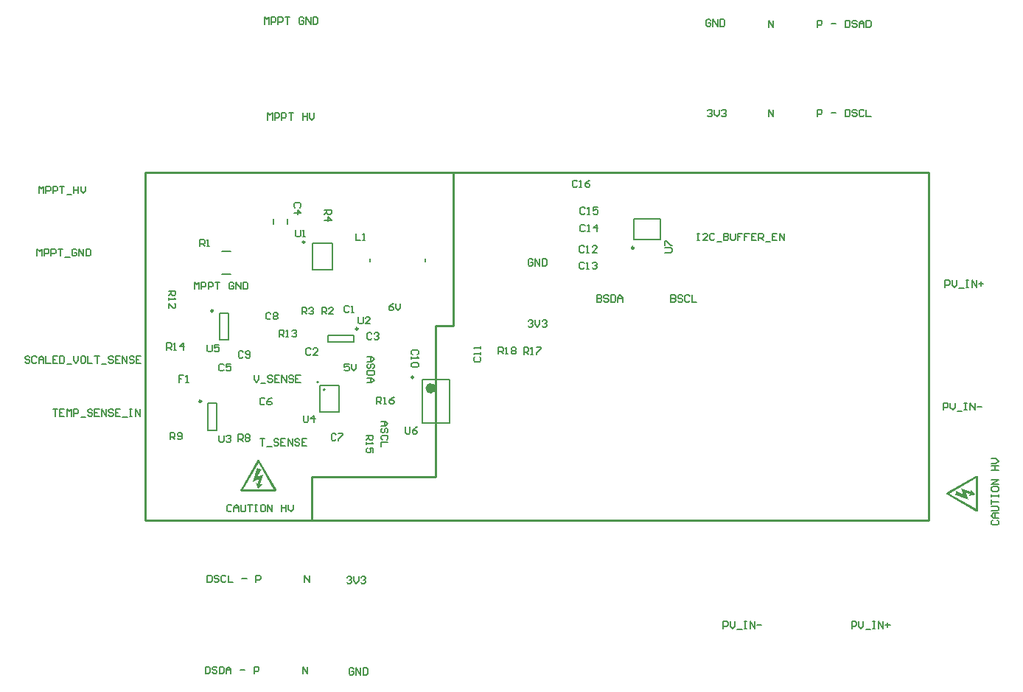
<source format=gto>
G04*
G04 #@! TF.GenerationSoftware,Altium Limited,Altium Designer,18.1.6 (161)*
G04*
G04 Layer_Color=65535*
%FSLAX25Y25*%
%MOIN*%
G70*
G01*
G75*
%ADD10C,0.00984*%
%ADD11C,0.02362*%
%ADD12C,0.00787*%
%ADD13C,0.01000*%
%ADD14C,0.00669*%
%ADD15C,0.00591*%
%ADD16C,0.00591*%
G36*
X130098Y106218D02*
X130194Y106191D01*
X130290Y106136D01*
X130303Y106122D01*
X130358Y106081D01*
X130413Y106013D01*
X130468Y105944D01*
X137934Y92806D01*
X137948Y92792D01*
X137975Y92724D01*
X137989Y92642D01*
X138003Y92518D01*
Y92491D01*
X137989Y92422D01*
X137975Y92326D01*
X137920Y92217D01*
X137907Y92189D01*
X137866Y92135D01*
X137811Y92066D01*
X137715Y91998D01*
X137688Y91984D01*
X137619Y91970D01*
X137509Y91943D01*
X137359Y91929D01*
X122371D01*
X122289Y91943D01*
X122193Y91970D01*
X122097Y92011D01*
X122083Y92025D01*
X122042Y92080D01*
X121987Y92148D01*
X121919Y92231D01*
X121905Y92258D01*
X121878Y92313D01*
X121850Y92395D01*
X121837Y92491D01*
Y92505D01*
Y92518D01*
Y92601D01*
X121850Y92683D01*
X121864Y92751D01*
X121878Y92765D01*
X121891Y92792D01*
X121919Y92820D01*
X121946Y92847D01*
X129440Y105930D01*
X129454Y105944D01*
X129495Y105999D01*
X129550Y106068D01*
X129632Y106136D01*
X129659Y106150D01*
X129714Y106191D01*
X129824Y106218D01*
X129974Y106232D01*
X130016D01*
X130098Y106218D01*
D02*
G37*
G36*
X454952Y99013D02*
X455048Y98999D01*
X455158Y98944D01*
X455185Y98930D01*
X455240Y98889D01*
X455308Y98835D01*
X455377Y98739D01*
X455391Y98711D01*
X455404Y98643D01*
X455432Y98533D01*
X455445Y98382D01*
Y83395D01*
X455432Y83312D01*
X455404Y83217D01*
X455363Y83121D01*
X455349Y83107D01*
X455295Y83066D01*
X455226Y83011D01*
X455144Y82942D01*
X455117Y82929D01*
X455062Y82901D01*
X454980Y82874D01*
X454884Y82860D01*
X454870D01*
X454856D01*
X454774D01*
X454692Y82874D01*
X454623Y82888D01*
X454610Y82901D01*
X454582Y82915D01*
X454555Y82942D01*
X454528Y82970D01*
X441444Y90464D01*
X441430Y90478D01*
X441376Y90519D01*
X441307Y90573D01*
X441239Y90656D01*
X441225Y90683D01*
X441184Y90738D01*
X441156Y90847D01*
X441143Y90998D01*
Y91039D01*
X441156Y91121D01*
X441184Y91217D01*
X441239Y91313D01*
X441252Y91327D01*
X441293Y91382D01*
X441362Y91436D01*
X441430Y91491D01*
X454569Y98958D01*
X454582Y98971D01*
X454651Y98999D01*
X454733Y99013D01*
X454856Y99026D01*
X454884D01*
X454952Y99013D01*
D02*
G37*
%LPC*%
G36*
X129974Y104794D02*
X123179Y92957D01*
X136660D01*
X129974Y104794D01*
D02*
G37*
%LPD*%
G36*
X130194Y102081D02*
X131262Y101971D01*
X129358Y98560D01*
X132016Y99601D01*
X130865Y95217D01*
X131933Y95135D01*
X129646Y93039D01*
X128782Y95971D01*
X129701Y95505D01*
X130221Y97395D01*
X127289Y96258D01*
X129440Y102752D01*
X130194Y102081D01*
D02*
G37*
%LPC*%
G36*
X454418Y97684D02*
X442581Y90998D01*
X454418Y84203D01*
Y97684D01*
D02*
G37*
%LPD*%
G36*
X452157Y91889D02*
X452240Y92957D01*
X454336Y90669D01*
X451404Y89806D01*
X451870Y90724D01*
X449979Y91245D01*
X451116Y88313D01*
X444623Y90464D01*
X445294Y91217D01*
X445403Y92286D01*
X448815Y90382D01*
X447773Y93039D01*
X452157Y91889D01*
D02*
G37*
D10*
X299744Y202063D02*
G03*
X299744Y202063I-492J0D01*
G01*
X200098Y143524D02*
G03*
X200098Y143524I-492J0D01*
G01*
X104134Y132677D02*
G03*
X104134Y132677I-492J0D01*
G01*
X150929Y204685D02*
G03*
X150929Y204685I-492J0D01*
G01*
X174918Y165453D02*
G03*
X174918Y165453I-492J0D01*
G01*
X109453Y173622D02*
G03*
X109453Y173622I-492J0D01*
G01*
D11*
X209055Y138583D02*
G03*
X209055Y138583I-1181J0D01*
G01*
D12*
X157098Y141358D02*
G03*
X157098Y141358I-394J0D01*
G01*
X160098Y137858D02*
G03*
X160098Y137858I-394J0D01*
G01*
X311909Y205961D02*
Y215016D01*
X299902Y205961D02*
X311909D01*
X299902Y215016D02*
X311909D01*
X299902Y205961D02*
Y215016D01*
X203937Y142520D02*
X216535D01*
Y122835D02*
Y142520D01*
X203937Y122835D02*
Y142520D01*
Y122835D02*
X216535D01*
X157874Y127953D02*
Y139764D01*
X166535Y127953D02*
Y139764D01*
X157874D02*
X166535D01*
X157874Y127953D02*
X166535D01*
X107087Y131693D02*
X111024D01*
Y119488D02*
Y131693D01*
X107087Y119488D02*
Y131693D01*
Y119488D02*
X111024D01*
X143122Y212811D02*
Y215173D01*
X136823Y212811D02*
Y215173D01*
X180512Y195866D02*
Y197047D01*
X205315Y195866D02*
Y197047D01*
X113386Y190157D02*
X117323D01*
X113386Y200394D02*
X117323D01*
X154335Y192028D02*
X163390D01*
X154335Y204035D02*
X163390D01*
Y192028D02*
Y204035D01*
X154335Y192028D02*
Y204035D01*
X161434Y159351D02*
X173245D01*
X161434Y162500D02*
X173245D01*
X161434Y159351D02*
Y162500D01*
X173245Y159351D02*
Y162500D01*
X116342Y160433D02*
Y172638D01*
X112406Y160433D02*
Y172638D01*
Y160433D02*
X116342D01*
X112406Y172638D02*
X116342D01*
D13*
X218110Y166929D02*
Y236221D01*
X210236Y166929D02*
X218110D01*
X210236Y98425D02*
Y166929D01*
X153937Y98425D02*
X210236D01*
X153937Y78740D02*
Y98425D01*
X78740Y78740D02*
Y236221D01*
Y78740D02*
X433071D01*
Y236221D01*
X78740D02*
X433071D01*
D14*
X170014Y52934D02*
X170539Y53459D01*
X171589D01*
X172114Y52934D01*
Y52409D01*
X171589Y51885D01*
X171064D01*
X171589D01*
X172114Y51360D01*
Y50835D01*
X171589Y50310D01*
X170539D01*
X170014Y50835D01*
X173163Y53459D02*
Y51360D01*
X174213Y50310D01*
X175262Y51360D01*
Y53459D01*
X176312Y52934D02*
X176836Y53459D01*
X177886D01*
X178411Y52934D01*
Y52409D01*
X177886Y51885D01*
X177361D01*
X177886D01*
X178411Y51360D01*
Y50835D01*
X177886Y50310D01*
X176836D01*
X176312Y50835D01*
X117852Y85400D02*
X117327Y85925D01*
X116278D01*
X115753Y85400D01*
Y83301D01*
X116278Y82776D01*
X117327D01*
X117852Y83301D01*
X118901Y82776D02*
Y84875D01*
X119951Y85925D01*
X121001Y84875D01*
Y82776D01*
Y84350D01*
X118901D01*
X122050Y85925D02*
Y83301D01*
X122575Y82776D01*
X123624D01*
X124149Y83301D01*
Y85925D01*
X125199D02*
X127298D01*
X126248D01*
Y82776D01*
X128347Y85925D02*
X129397D01*
X128872D01*
Y82776D01*
X128347D01*
X129397D01*
X132545Y85925D02*
X131496D01*
X130971Y85400D01*
Y83301D01*
X131496Y82776D01*
X132545D01*
X133070Y83301D01*
Y85400D01*
X132545Y85925D01*
X134120Y82776D02*
Y85925D01*
X136219Y82776D01*
Y85925D01*
X140417D02*
Y82776D01*
Y84350D01*
X142516D01*
Y85925D01*
Y82776D01*
X143565Y85925D02*
Y83826D01*
X144615Y82776D01*
X145664Y83826D01*
Y85925D01*
X173098Y11596D02*
X172573Y12120D01*
X171523D01*
X170999Y11596D01*
Y9497D01*
X171523Y8972D01*
X172573D01*
X173098Y9497D01*
Y10546D01*
X172048D01*
X174147Y8972D02*
Y12120D01*
X176246Y8972D01*
Y12120D01*
X177296D02*
Y8972D01*
X178870D01*
X179395Y9497D01*
Y11596D01*
X178870Y12120D01*
X177296D01*
X333062Y264017D02*
X333587Y264542D01*
X334636D01*
X335161Y264017D01*
Y263492D01*
X334636Y262967D01*
X334111D01*
X334636D01*
X335161Y262443D01*
Y261918D01*
X334636Y261393D01*
X333587D01*
X333062Y261918D01*
X336210Y264542D02*
Y262443D01*
X337260Y261393D01*
X338309Y262443D01*
Y264542D01*
X339359Y264017D02*
X339884Y264542D01*
X340933D01*
X341458Y264017D01*
Y263492D01*
X340933Y262967D01*
X340408D01*
X340933D01*
X341458Y262443D01*
Y261918D01*
X340933Y261393D01*
X339884D01*
X339359Y261918D01*
X105984Y12676D02*
Y9528D01*
X107559D01*
X108083Y10052D01*
Y12151D01*
X107559Y12676D01*
X105984D01*
X111232Y12151D02*
X110707Y12676D01*
X109658D01*
X109133Y12151D01*
Y11627D01*
X109658Y11102D01*
X110707D01*
X111232Y10577D01*
Y10052D01*
X110707Y9528D01*
X109658D01*
X109133Y10052D01*
X112281Y12676D02*
Y9528D01*
X113856D01*
X114380Y10052D01*
Y12151D01*
X113856Y12676D01*
X112281D01*
X115430Y9528D02*
Y11627D01*
X116480Y12676D01*
X117529Y11627D01*
Y9528D01*
Y11102D01*
X115430D01*
X121727D02*
X123826D01*
X128024Y9528D02*
Y12676D01*
X129599D01*
X130123Y12151D01*
Y11102D01*
X129599Y10577D01*
X128024D01*
X150065Y9528D02*
Y12676D01*
X152164Y9528D01*
Y12676D01*
X134190Y259956D02*
Y263105D01*
X135239Y262055D01*
X136289Y263105D01*
Y259956D01*
X137338D02*
Y263105D01*
X138913D01*
X139437Y262580D01*
Y261530D01*
X138913Y261006D01*
X137338D01*
X140487Y259956D02*
Y263105D01*
X142061D01*
X142586Y262580D01*
Y261530D01*
X142061Y261006D01*
X140487D01*
X143635Y263105D02*
X145735D01*
X144685D01*
Y259956D01*
X149933Y263105D02*
Y259956D01*
Y261530D01*
X152032D01*
Y263105D01*
Y259956D01*
X153081Y263105D02*
Y261006D01*
X154131Y259956D01*
X155180Y261006D01*
Y263105D01*
X106832Y54015D02*
Y50866D01*
X108406D01*
X108931Y51391D01*
Y53490D01*
X108406Y54015D01*
X106832D01*
X112079Y53490D02*
X111554Y54015D01*
X110505D01*
X109980Y53490D01*
Y52965D01*
X110505Y52440D01*
X111554D01*
X112079Y51916D01*
Y51391D01*
X111554Y50866D01*
X110505D01*
X109980Y51391D01*
X115228Y53490D02*
X114703Y54015D01*
X113654D01*
X113129Y53490D01*
Y51391D01*
X113654Y50866D01*
X114703D01*
X115228Y51391D01*
X116277Y54015D02*
Y50866D01*
X118376D01*
X122574Y52440D02*
X124674D01*
X128872Y50866D02*
Y54015D01*
X130446D01*
X130971Y53490D01*
Y52440D01*
X130446Y51916D01*
X128872D01*
X150912Y50866D02*
Y54015D01*
X153011Y50866D01*
Y54015D01*
X340236Y29904D02*
Y33052D01*
X341810D01*
X342335Y32527D01*
Y31478D01*
X341810Y30953D01*
X340236D01*
X343385Y33052D02*
Y30953D01*
X344434Y29904D01*
X345484Y30953D01*
Y33052D01*
X346533Y29379D02*
X348632D01*
X349682Y33052D02*
X350731D01*
X350207D01*
Y29904D01*
X349682D01*
X350731D01*
X352306D02*
Y33052D01*
X354405Y29904D01*
Y33052D01*
X355454Y31478D02*
X357553D01*
X360769Y301850D02*
Y304999D01*
X362868Y301850D01*
Y304999D01*
X382809Y301850D02*
Y304999D01*
X384383D01*
X384908Y304474D01*
Y303425D01*
X384383Y302900D01*
X382809D01*
X389106Y303425D02*
X391205D01*
X395403Y304999D02*
Y301850D01*
X396977D01*
X397502Y302375D01*
Y304474D01*
X396977Y304999D01*
X395403D01*
X400651Y304474D02*
X400126Y304999D01*
X399076D01*
X398552Y304474D01*
Y303949D01*
X399076Y303425D01*
X400126D01*
X400651Y302900D01*
Y302375D01*
X400126Y301850D01*
X399076D01*
X398552Y302375D01*
X401700Y301850D02*
Y303949D01*
X402750Y304999D01*
X403799Y303949D01*
Y301850D01*
Y303425D01*
X401700D01*
X404849Y304999D02*
Y301850D01*
X406423D01*
X406948Y302375D01*
Y304474D01*
X406423Y304999D01*
X404849D01*
X360769Y261496D02*
Y264645D01*
X362868Y261496D01*
Y264645D01*
X382809Y261496D02*
Y264645D01*
X384383D01*
X384908Y264120D01*
Y263070D01*
X384383Y262546D01*
X382809D01*
X389106Y263070D02*
X391205D01*
X395403Y264645D02*
Y261496D01*
X396977D01*
X397502Y262021D01*
Y264120D01*
X396977Y264645D01*
X395403D01*
X400651Y264120D02*
X400126Y264645D01*
X399076D01*
X398552Y264120D01*
Y263595D01*
X399076Y263070D01*
X400126D01*
X400651Y262546D01*
Y262021D01*
X400126Y261496D01*
X399076D01*
X398552Y262021D01*
X403799Y264120D02*
X403274Y264645D01*
X402225D01*
X401700Y264120D01*
Y262021D01*
X402225Y261496D01*
X403274D01*
X403799Y262021D01*
X404849Y264645D02*
Y261496D01*
X406948D01*
X398307Y29904D02*
Y33052D01*
X399881D01*
X400406Y32527D01*
Y31478D01*
X399881Y30953D01*
X398307D01*
X401456Y33052D02*
Y30953D01*
X402505Y29904D01*
X403555Y30953D01*
Y33052D01*
X404604Y29379D02*
X406703D01*
X407753Y33052D02*
X408802D01*
X408278D01*
Y29904D01*
X407753D01*
X408802D01*
X410377D02*
Y33052D01*
X412476Y29904D01*
Y33052D01*
X413525Y31478D02*
X415624D01*
X414575Y32527D02*
Y30428D01*
X461975Y78876D02*
X461450Y78351D01*
Y77301D01*
X461975Y76776D01*
X464074D01*
X464599Y77301D01*
Y78351D01*
X464074Y78876D01*
X464599Y79925D02*
X462499D01*
X461450Y80975D01*
X462499Y82024D01*
X464599D01*
X463024D01*
Y79925D01*
X461450Y83074D02*
X464074D01*
X464599Y83599D01*
Y84648D01*
X464074Y85173D01*
X461450D01*
Y86222D02*
Y88321D01*
Y87272D01*
X464599D01*
X461450Y89371D02*
Y90420D01*
Y89896D01*
X464599D01*
Y89371D01*
Y90420D01*
X461450Y93569D02*
Y92519D01*
X461975Y91995D01*
X464074D01*
X464599Y92519D01*
Y93569D01*
X464074Y94094D01*
X461975D01*
X461450Y93569D01*
X464599Y95143D02*
X461450D01*
X464599Y97242D01*
X461450D01*
Y101441D02*
X464599D01*
X463024D01*
Y103540D01*
X461450D01*
X464599D01*
X461450Y104589D02*
X463549D01*
X464599Y105639D01*
X463549Y106688D01*
X461450D01*
X132615Y303263D02*
Y306412D01*
X133665Y305362D01*
X134714Y306412D01*
Y303263D01*
X135764D02*
Y306412D01*
X137338D01*
X137863Y305887D01*
Y304837D01*
X137338Y304313D01*
X135764D01*
X138913Y303263D02*
Y306412D01*
X140487D01*
X141012Y305887D01*
Y304837D01*
X140487Y304313D01*
X138913D01*
X142061Y306412D02*
X144160D01*
X143111D01*
Y303263D01*
X150457Y305887D02*
X149933Y306412D01*
X148883D01*
X148358Y305887D01*
Y303788D01*
X148883Y303263D01*
X149933D01*
X150457Y303788D01*
Y304837D01*
X149408D01*
X151507Y303263D02*
Y306412D01*
X153606Y303263D01*
Y306412D01*
X154656D02*
Y303263D01*
X156230D01*
X156755Y303788D01*
Y305887D01*
X156230Y306412D01*
X154656D01*
X334515Y304903D02*
X333990Y305428D01*
X332941D01*
X332416Y304903D01*
Y302804D01*
X332941Y302279D01*
X333990D01*
X334515Y302804D01*
Y303853D01*
X333466D01*
X335565Y302279D02*
Y305428D01*
X337664Y302279D01*
Y305428D01*
X338713D02*
Y302279D01*
X340287D01*
X340812Y302804D01*
Y304903D01*
X340287Y305428D01*
X338713D01*
D15*
X313780Y200000D02*
X316404D01*
X316929Y200525D01*
Y201574D01*
X316404Y202099D01*
X313780D01*
Y203149D02*
Y205248D01*
X314305D01*
X316404Y203149D01*
X316929D01*
X196457Y121062D02*
Y118438D01*
X196981Y117913D01*
X198031D01*
X198556Y118438D01*
Y121062D01*
X201704D02*
X200655Y120537D01*
X199605Y119488D01*
Y118438D01*
X200130Y117913D01*
X201180D01*
X201704Y118438D01*
Y118963D01*
X201180Y119488D01*
X199605D01*
X150394Y126332D02*
Y123708D01*
X150918Y123183D01*
X151968D01*
X152493Y123708D01*
Y126332D01*
X155116Y123183D02*
Y126332D01*
X153542Y124757D01*
X155641D01*
X112205Y117322D02*
Y114698D01*
X112729Y114173D01*
X113779D01*
X114304Y114698D01*
Y117322D01*
X115353Y116797D02*
X115878Y117322D01*
X116928D01*
X117452Y116797D01*
Y116272D01*
X116928Y115748D01*
X116403D01*
X116928D01*
X117452Y115223D01*
Y114698D01*
X116928Y114173D01*
X115878D01*
X115353Y114698D01*
X254067Y196521D02*
X253543Y197046D01*
X252493D01*
X251969Y196521D01*
Y194422D01*
X252493Y193898D01*
X253543D01*
X254067Y194422D01*
Y195472D01*
X253018D01*
X255117Y193898D02*
Y197046D01*
X257216Y193898D01*
Y197046D01*
X258266D02*
Y193898D01*
X259840D01*
X260365Y194422D01*
Y196521D01*
X259840Y197046D01*
X258266D01*
X251969Y168962D02*
X252493Y169487D01*
X253543D01*
X254067Y168962D01*
Y168438D01*
X253543Y167913D01*
X253018D01*
X253543D01*
X254067Y167388D01*
Y166863D01*
X253543Y166339D01*
X252493D01*
X251969Y166863D01*
X255117Y169487D02*
Y167388D01*
X256167Y166339D01*
X257216Y167388D01*
Y169487D01*
X258266Y168962D02*
X258790Y169487D01*
X259840D01*
X260365Y168962D01*
Y168438D01*
X259840Y167913D01*
X259315D01*
X259840D01*
X260365Y167388D01*
Y166863D01*
X259840Y166339D01*
X258790D01*
X258266Y166863D01*
X328346Y208660D02*
X329396D01*
X328871D01*
Y205512D01*
X328346D01*
X329396D01*
X333069D02*
X330970D01*
X333069Y207611D01*
Y208136D01*
X332544Y208660D01*
X331495D01*
X330970Y208136D01*
X336218D02*
X335693Y208660D01*
X334644D01*
X334119Y208136D01*
Y206037D01*
X334644Y205512D01*
X335693D01*
X336218Y206037D01*
X337267Y204987D02*
X339367D01*
X340416Y208660D02*
Y205512D01*
X341990D01*
X342515Y206037D01*
Y206561D01*
X341990Y207086D01*
X340416D01*
X341990D01*
X342515Y207611D01*
Y208136D01*
X341990Y208660D01*
X340416D01*
X343565D02*
Y206037D01*
X344089Y205512D01*
X345139D01*
X345664Y206037D01*
Y208660D01*
X348812D02*
X346713D01*
Y207086D01*
X347763D01*
X346713D01*
Y205512D01*
X351961Y208660D02*
X349862D01*
Y207086D01*
X350911D01*
X349862D01*
Y205512D01*
X355109Y208660D02*
X353010D01*
Y205512D01*
X355109D01*
X353010Y207086D02*
X354060D01*
X356159Y205512D02*
Y208660D01*
X357733D01*
X358258Y208136D01*
Y207086D01*
X357733Y206561D01*
X356159D01*
X357208D02*
X358258Y205512D01*
X359308Y204987D02*
X361407D01*
X364555Y208660D02*
X362456D01*
Y205512D01*
X364555D01*
X362456Y207086D02*
X363506D01*
X365605Y205512D02*
Y208660D01*
X367704Y205512D01*
Y208660D01*
X283071Y180708D02*
Y177559D01*
X284645D01*
X285170Y178084D01*
Y178609D01*
X284645Y179133D01*
X283071D01*
X284645D01*
X285170Y179658D01*
Y180183D01*
X284645Y180708D01*
X283071D01*
X288318Y180183D02*
X287794Y180708D01*
X286744D01*
X286219Y180183D01*
Y179658D01*
X286744Y179133D01*
X287794D01*
X288318Y178609D01*
Y178084D01*
X287794Y177559D01*
X286744D01*
X286219Y178084D01*
X289368Y180708D02*
Y177559D01*
X290942D01*
X291467Y178084D01*
Y180183D01*
X290942Y180708D01*
X289368D01*
X292517Y177559D02*
Y179658D01*
X293566Y180708D01*
X294616Y179658D01*
Y177559D01*
Y179133D01*
X292517D01*
X316535Y180708D02*
Y177559D01*
X318110D01*
X318634Y178084D01*
Y178609D01*
X318110Y179133D01*
X316535D01*
X318110D01*
X318634Y179658D01*
Y180183D01*
X318110Y180708D01*
X316535D01*
X321783Y180183D02*
X321258Y180708D01*
X320209D01*
X319684Y180183D01*
Y179658D01*
X320209Y179133D01*
X321258D01*
X321783Y178609D01*
Y178084D01*
X321258Y177559D01*
X320209D01*
X319684Y178084D01*
X324932Y180183D02*
X324407Y180708D01*
X323357D01*
X322833Y180183D01*
Y178084D01*
X323357Y177559D01*
X324407D01*
X324932Y178084D01*
X325981Y180708D02*
Y177559D01*
X328080D01*
X179134Y152756D02*
X181233D01*
X182282Y151706D01*
X181233Y150657D01*
X179134D01*
X180708D01*
Y152756D01*
X181758Y147508D02*
X182282Y148033D01*
Y149083D01*
X181758Y149607D01*
X181233D01*
X180708Y149083D01*
Y148033D01*
X180183Y147508D01*
X179659D01*
X179134Y148033D01*
Y149083D01*
X179659Y149607D01*
X182282Y146459D02*
X179134D01*
Y144884D01*
X179659Y144360D01*
X181758D01*
X182282Y144884D01*
Y146459D01*
X179134Y143310D02*
X181233D01*
X182282Y142261D01*
X181233Y141211D01*
X179134D01*
X180708D01*
Y143310D01*
X185433Y123622D02*
X187532D01*
X188582Y122573D01*
X187532Y121523D01*
X185433D01*
X187007D01*
Y123622D01*
X188057Y118374D02*
X188582Y118899D01*
Y119949D01*
X188057Y120474D01*
X187532D01*
X187007Y119949D01*
Y118899D01*
X186483Y118374D01*
X185958D01*
X185433Y118899D01*
Y119949D01*
X185958Y120474D01*
X188057Y115226D02*
X188582Y115751D01*
Y116800D01*
X188057Y117325D01*
X185958D01*
X185433Y116800D01*
Y115751D01*
X185958Y115226D01*
X188582Y114176D02*
X185433D01*
Y112077D01*
X127953Y144487D02*
Y142388D01*
X129002Y141339D01*
X130052Y142388D01*
Y144487D01*
X131101Y140814D02*
X133200D01*
X136349Y143962D02*
X135824Y144487D01*
X134775D01*
X134250Y143962D01*
Y143438D01*
X134775Y142913D01*
X135824D01*
X136349Y142388D01*
Y141863D01*
X135824Y141339D01*
X134775D01*
X134250Y141863D01*
X139497Y144487D02*
X137399D01*
Y141339D01*
X139497D01*
X137399Y142913D02*
X138448D01*
X140547Y141339D02*
Y144487D01*
X142646Y141339D01*
Y144487D01*
X145795Y143962D02*
X145270Y144487D01*
X144220D01*
X143696Y143962D01*
Y143438D01*
X144220Y142913D01*
X145270D01*
X145795Y142388D01*
Y141863D01*
X145270Y141339D01*
X144220D01*
X143696Y141863D01*
X148943Y144487D02*
X146844D01*
Y141339D01*
X148943D01*
X146844Y142913D02*
X147894D01*
X26508Y152624D02*
X25984Y153149D01*
X24934D01*
X24409Y152624D01*
Y152099D01*
X24934Y151574D01*
X25984D01*
X26508Y151049D01*
Y150525D01*
X25984Y150000D01*
X24934D01*
X24409Y150525D01*
X29657Y152624D02*
X29132Y153149D01*
X28083D01*
X27558Y152624D01*
Y150525D01*
X28083Y150000D01*
X29132D01*
X29657Y150525D01*
X30707Y150000D02*
Y152099D01*
X31756Y153149D01*
X32806Y152099D01*
Y150000D01*
Y151574D01*
X30707D01*
X33855Y153149D02*
Y150000D01*
X35954D01*
X39103Y153149D02*
X37004D01*
Y150000D01*
X39103D01*
X37004Y151574D02*
X38053D01*
X40152Y153149D02*
Y150000D01*
X41727D01*
X42251Y150525D01*
Y152624D01*
X41727Y153149D01*
X40152D01*
X43301Y149475D02*
X45400D01*
X46450Y153149D02*
Y151049D01*
X47499Y150000D01*
X48549Y151049D01*
Y153149D01*
X51172D02*
X50123D01*
X49598Y152624D01*
Y150525D01*
X50123Y150000D01*
X51172D01*
X51697Y150525D01*
Y152624D01*
X51172Y153149D01*
X52747D02*
Y150000D01*
X54846D01*
X55895Y153149D02*
X57994D01*
X56945D01*
Y150000D01*
X59044Y149475D02*
X61143D01*
X64292Y152624D02*
X63767Y153149D01*
X62717D01*
X62192Y152624D01*
Y152099D01*
X62717Y151574D01*
X63767D01*
X64292Y151049D01*
Y150525D01*
X63767Y150000D01*
X62717D01*
X62192Y150525D01*
X67440Y153149D02*
X65341D01*
Y150000D01*
X67440D01*
X65341Y151574D02*
X66391D01*
X68490Y150000D02*
Y153149D01*
X70589Y150000D01*
Y153149D01*
X73737Y152624D02*
X73212Y153149D01*
X72163D01*
X71638Y152624D01*
Y152099D01*
X72163Y151574D01*
X73212D01*
X73737Y151049D01*
Y150525D01*
X73212Y150000D01*
X72163D01*
X71638Y150525D01*
X76886Y153149D02*
X74787D01*
Y150000D01*
X76886D01*
X74787Y151574D02*
X75836D01*
X130709Y115747D02*
X132808D01*
X131758D01*
Y112599D01*
X133857Y112074D02*
X135956D01*
X139105Y115222D02*
X138580Y115747D01*
X137531D01*
X137006Y115222D01*
Y114698D01*
X137531Y114173D01*
X138580D01*
X139105Y113648D01*
Y113123D01*
X138580Y112599D01*
X137531D01*
X137006Y113123D01*
X142253Y115747D02*
X140154D01*
Y112599D01*
X142253D01*
X140154Y114173D02*
X141204D01*
X143303Y112599D02*
Y115747D01*
X145402Y112599D01*
Y115747D01*
X148551Y115222D02*
X148026Y115747D01*
X146976D01*
X146452Y115222D01*
Y114698D01*
X146976Y114173D01*
X148026D01*
X148551Y113648D01*
Y113123D01*
X148026Y112599D01*
X146976D01*
X146452Y113123D01*
X151699Y115747D02*
X149600D01*
Y112599D01*
X151699D01*
X149600Y114173D02*
X150650D01*
X37008Y129133D02*
X39107D01*
X38057D01*
Y125984D01*
X42255Y129133D02*
X40156D01*
Y125984D01*
X42255D01*
X40156Y127559D02*
X41206D01*
X43305Y125984D02*
Y129133D01*
X44355Y128083D01*
X45404Y129133D01*
Y125984D01*
X46454D02*
Y129133D01*
X48028D01*
X48553Y128608D01*
Y127559D01*
X48028Y127034D01*
X46454D01*
X49602Y125460D02*
X51701D01*
X54850Y128608D02*
X54325Y129133D01*
X53276D01*
X52751Y128608D01*
Y128083D01*
X53276Y127559D01*
X54325D01*
X54850Y127034D01*
Y126509D01*
X54325Y125984D01*
X53276D01*
X52751Y126509D01*
X57998Y129133D02*
X55899D01*
Y125984D01*
X57998D01*
X55899Y127559D02*
X56949D01*
X59048Y125984D02*
Y129133D01*
X61147Y125984D01*
Y129133D01*
X64296Y128608D02*
X63771Y129133D01*
X62721D01*
X62197Y128608D01*
Y128083D01*
X62721Y127559D01*
X63771D01*
X64296Y127034D01*
Y126509D01*
X63771Y125984D01*
X62721D01*
X62197Y126509D01*
X67444Y129133D02*
X65345D01*
Y125984D01*
X67444D01*
X65345Y127559D02*
X66395D01*
X68494Y125460D02*
X70593D01*
X71642Y129133D02*
X72692D01*
X72167D01*
Y125984D01*
X71642D01*
X72692D01*
X74266D02*
Y129133D01*
X76365Y125984D01*
Y129133D01*
X238583Y154035D02*
Y157184D01*
X240157D01*
X240682Y156659D01*
Y155610D01*
X240157Y155085D01*
X238583D01*
X239632D02*
X240682Y154035D01*
X241731D02*
X242781D01*
X242256D01*
Y157184D01*
X241731Y156659D01*
X244355D02*
X244880Y157184D01*
X245929D01*
X246454Y156659D01*
Y156134D01*
X245929Y155610D01*
X246454Y155085D01*
Y154560D01*
X245929Y154035D01*
X244880D01*
X244355Y154560D01*
Y155085D01*
X244880Y155610D01*
X244355Y156134D01*
Y156659D01*
X244880Y155610D02*
X245929D01*
X250000Y153937D02*
Y157086D01*
X251574D01*
X252099Y156561D01*
Y155511D01*
X251574Y154987D01*
X250000D01*
X251049D02*
X252099Y153937D01*
X253149D02*
X254198D01*
X253673D01*
Y157086D01*
X253149Y156561D01*
X255772Y157086D02*
X257871D01*
Y156561D01*
X255772Y154462D01*
Y153937D01*
X183465Y131496D02*
Y134645D01*
X185039D01*
X185564Y134120D01*
Y133070D01*
X185039Y132546D01*
X183465D01*
X184514D02*
X185564Y131496D01*
X186613D02*
X187663D01*
X187138D01*
Y134645D01*
X186613Y134120D01*
X191336Y134645D02*
X190287Y134120D01*
X189237Y133070D01*
Y132021D01*
X189762Y131496D01*
X190811D01*
X191336Y132021D01*
Y132546D01*
X190811Y133070D01*
X189237D01*
X178740Y117323D02*
X181889D01*
Y115749D01*
X181364Y115224D01*
X180314D01*
X179790Y115749D01*
Y117323D01*
Y116273D02*
X178740Y115224D01*
Y114174D02*
Y113125D01*
Y113649D01*
X181889D01*
X181364Y114174D01*
X181889Y109451D02*
Y111550D01*
X180314D01*
X180839Y110501D01*
Y109976D01*
X180314Y109451D01*
X179265D01*
X178740Y109976D01*
Y111026D01*
X179265Y111550D01*
X88583Y155905D02*
Y159054D01*
X90157D01*
X90682Y158529D01*
Y157480D01*
X90157Y156955D01*
X88583D01*
X89632D02*
X90682Y155905D01*
X91731D02*
X92781D01*
X92256D01*
Y159054D01*
X91731Y158529D01*
X95929Y155905D02*
Y159054D01*
X94355Y157480D01*
X96454D01*
X139370Y161811D02*
Y164960D01*
X140944D01*
X141469Y164435D01*
Y163385D01*
X140944Y162861D01*
X139370D01*
X140420D02*
X141469Y161811D01*
X142519D02*
X143568D01*
X143043D01*
Y164960D01*
X142519Y164435D01*
X145142D02*
X145667Y164960D01*
X146717D01*
X147241Y164435D01*
Y163910D01*
X146717Y163385D01*
X146192D01*
X146717D01*
X147241Y162861D01*
Y162336D01*
X146717Y161811D01*
X145667D01*
X145142Y162336D01*
X90157Y115354D02*
Y118503D01*
X91732D01*
X92256Y117978D01*
Y116929D01*
X91732Y116404D01*
X90157D01*
X91207D02*
X92256Y115354D01*
X93306Y115879D02*
X93831Y115354D01*
X94880D01*
X95405Y115879D01*
Y117978D01*
X94880Y118503D01*
X93831D01*
X93306Y117978D01*
Y117453D01*
X93831Y116929D01*
X95405D01*
X120866Y114567D02*
Y117716D01*
X122440D01*
X122965Y117191D01*
Y116141D01*
X122440Y115617D01*
X120866D01*
X121916D02*
X122965Y114567D01*
X124015Y117191D02*
X124539Y117716D01*
X125589D01*
X126114Y117191D01*
Y116666D01*
X125589Y116141D01*
X126114Y115617D01*
Y115092D01*
X125589Y114567D01*
X124539D01*
X124015Y115092D01*
Y115617D01*
X124539Y116141D01*
X124015Y116666D01*
Y117191D01*
X124539Y116141D02*
X125589D01*
X96193Y144487D02*
X94094D01*
Y142913D01*
X95144D01*
X94094D01*
Y141339D01*
X97243D02*
X98293D01*
X97768D01*
Y144487D01*
X97243Y143962D01*
X274146Y232151D02*
X273622Y232676D01*
X272572D01*
X272047Y232151D01*
Y230052D01*
X272572Y229528D01*
X273622D01*
X274146Y230052D01*
X275196Y229528D02*
X276245D01*
X275721D01*
Y232676D01*
X275196Y232151D01*
X279919Y232676D02*
X278869Y232151D01*
X277820Y231102D01*
Y230052D01*
X278344Y229528D01*
X279394D01*
X279919Y230052D01*
Y230577D01*
X279394Y231102D01*
X277820D01*
X277690Y219947D02*
X277165Y220472D01*
X276115D01*
X275590Y219947D01*
Y217848D01*
X276115Y217323D01*
X277165D01*
X277690Y217848D01*
X278739Y217323D02*
X279789D01*
X279264D01*
Y220472D01*
X278739Y219947D01*
X283462Y220472D02*
X281363D01*
Y218897D01*
X282412Y219422D01*
X282937D01*
X283462Y218897D01*
Y217848D01*
X282937Y217323D01*
X281888D01*
X281363Y217848D01*
X277690Y212073D02*
X277165Y212597D01*
X276115D01*
X275590Y212073D01*
Y209974D01*
X276115Y209449D01*
X277165D01*
X277690Y209974D01*
X278739Y209449D02*
X279789D01*
X279264D01*
Y212597D01*
X278739Y212073D01*
X282937Y209449D02*
Y212597D01*
X281363Y211023D01*
X283462D01*
X277296Y195143D02*
X276771Y195668D01*
X275722D01*
X275197Y195143D01*
Y193044D01*
X275722Y192520D01*
X276771D01*
X277296Y193044D01*
X278345Y192520D02*
X279395D01*
X278870D01*
Y195668D01*
X278345Y195143D01*
X280969D02*
X281494Y195668D01*
X282543D01*
X283068Y195143D01*
Y194619D01*
X282543Y194094D01*
X282019D01*
X282543D01*
X283068Y193569D01*
Y193044D01*
X282543Y192520D01*
X281494D01*
X280969Y193044D01*
X277296Y202624D02*
X276771Y203149D01*
X275722D01*
X275197Y202624D01*
Y200525D01*
X275722Y200000D01*
X276771D01*
X277296Y200525D01*
X278345Y200000D02*
X279395D01*
X278870D01*
Y203149D01*
X278345Y202624D01*
X283068Y200000D02*
X280969D01*
X283068Y202099D01*
Y202624D01*
X282543Y203149D01*
X281494D01*
X280969Y202624D01*
X227913Y152752D02*
X227388Y152227D01*
Y151177D01*
X227913Y150653D01*
X230012D01*
X230536Y151177D01*
Y152227D01*
X230012Y152752D01*
X230536Y153801D02*
Y154851D01*
Y154326D01*
X227388D01*
X227913Y153801D01*
X230536Y156425D02*
Y157475D01*
Y156950D01*
X227388D01*
X227913Y156425D01*
X201836Y153806D02*
X202361Y154331D01*
Y155381D01*
X201836Y155905D01*
X199737D01*
X199213Y155381D01*
Y154331D01*
X199737Y153806D01*
X199213Y152757D02*
Y151707D01*
Y152232D01*
X202361D01*
X201836Y152757D01*
Y150133D02*
X202361Y149608D01*
Y148559D01*
X201836Y148034D01*
X199737D01*
X199213Y148559D01*
Y149608D01*
X199737Y150133D01*
X201836D01*
X123064Y154907D02*
X122539Y155432D01*
X121489D01*
X120965Y154907D01*
Y152808D01*
X121489Y152284D01*
X122539D01*
X123064Y152808D01*
X124113D02*
X124638Y152284D01*
X125687D01*
X126212Y152808D01*
Y154907D01*
X125687Y155432D01*
X124638D01*
X124113Y154907D01*
Y154383D01*
X124638Y153858D01*
X126212D01*
X165091Y117585D02*
X164566Y118109D01*
X163517D01*
X162992Y117585D01*
Y115485D01*
X163517Y114961D01*
X164566D01*
X165091Y115485D01*
X166141Y118109D02*
X168240D01*
Y117585D01*
X166141Y115485D01*
Y114961D01*
X132808Y133726D02*
X132283Y134251D01*
X131233D01*
X130709Y133726D01*
Y131627D01*
X131233Y131102D01*
X132283D01*
X132808Y131627D01*
X135956Y134251D02*
X134907Y133726D01*
X133857Y132677D01*
Y131627D01*
X134382Y131102D01*
X135432D01*
X135956Y131627D01*
Y132152D01*
X135432Y132677D01*
X133857D01*
X114304Y149081D02*
X113779Y149605D01*
X112729D01*
X112205Y149081D01*
Y146982D01*
X112729Y146457D01*
X113779D01*
X114304Y146982D01*
X117452Y149605D02*
X115353D01*
Y148031D01*
X116403Y148556D01*
X116928D01*
X117452Y148031D01*
Y146982D01*
X116928Y146457D01*
X115878D01*
X115353Y146982D01*
X30709Y226772D02*
Y229920D01*
X31758Y228871D01*
X32808Y229920D01*
Y226772D01*
X33857D02*
Y229920D01*
X35432D01*
X35956Y229396D01*
Y228346D01*
X35432Y227821D01*
X33857D01*
X37006Y226772D02*
Y229920D01*
X38580D01*
X39105Y229396D01*
Y228346D01*
X38580Y227821D01*
X37006D01*
X40154Y229920D02*
X42253D01*
X41204D01*
Y226772D01*
X43303Y226247D02*
X45402D01*
X46452Y229920D02*
Y226772D01*
Y228346D01*
X48551D01*
Y229920D01*
Y226772D01*
X49600Y229920D02*
Y227821D01*
X50650Y226772D01*
X51699Y227821D01*
Y229920D01*
X100984Y183366D02*
Y186515D01*
X102034Y185465D01*
X103083Y186515D01*
Y183366D01*
X104133D02*
Y186515D01*
X105707D01*
X106232Y185990D01*
Y184940D01*
X105707Y184416D01*
X104133D01*
X107281Y183366D02*
Y186515D01*
X108856D01*
X109380Y185990D01*
Y184940D01*
X108856Y184416D01*
X107281D01*
X110430Y186515D02*
X112529D01*
X111479D01*
Y183366D01*
X118826Y185990D02*
X118301Y186515D01*
X117252D01*
X116727Y185990D01*
Y183891D01*
X117252Y183366D01*
X118301D01*
X118826Y183891D01*
Y184940D01*
X117777D01*
X119876Y183366D02*
Y186515D01*
X121975Y183366D01*
Y186515D01*
X123024D02*
Y183366D01*
X124599D01*
X125123Y183891D01*
Y185990D01*
X124599Y186515D01*
X123024D01*
X440551Y184252D02*
Y187401D01*
X442125D01*
X442650Y186876D01*
Y185826D01*
X442125Y185301D01*
X440551D01*
X443700Y187401D02*
Y185301D01*
X444749Y184252D01*
X445799Y185301D01*
Y187401D01*
X446848Y183727D02*
X448947D01*
X449997Y187401D02*
X451046D01*
X450522D01*
Y184252D01*
X449997D01*
X451046D01*
X452621D02*
Y187401D01*
X454720Y184252D01*
Y187401D01*
X455769Y185826D02*
X457868D01*
X456819Y186876D02*
Y184777D01*
X439764Y128740D02*
Y131889D01*
X441338D01*
X441863Y131364D01*
Y130315D01*
X441338Y129790D01*
X439764D01*
X442912Y131889D02*
Y129790D01*
X443962Y128740D01*
X445011Y129790D01*
Y131889D01*
X446061Y128215D02*
X448160D01*
X449209Y131889D02*
X450259D01*
X449734D01*
Y128740D01*
X449209D01*
X450259D01*
X451833D02*
Y131889D01*
X453932Y128740D01*
Y131889D01*
X454982Y130315D02*
X457081D01*
X29921Y198425D02*
Y201574D01*
X30971Y200524D01*
X32020Y201574D01*
Y198425D01*
X33070D02*
Y201574D01*
X34644D01*
X35169Y201049D01*
Y199999D01*
X34644Y199475D01*
X33070D01*
X36218Y198425D02*
Y201574D01*
X37793D01*
X38317Y201049D01*
Y199999D01*
X37793Y199475D01*
X36218D01*
X39367Y201574D02*
X41466D01*
X40416D01*
Y198425D01*
X42516Y197900D02*
X44615D01*
X47763Y201049D02*
X47238Y201574D01*
X46189D01*
X45664Y201049D01*
Y198950D01*
X46189Y198425D01*
X47238D01*
X47763Y198950D01*
Y199999D01*
X46714D01*
X48813Y198425D02*
Y201574D01*
X50912Y198425D01*
Y201574D01*
X51961D02*
Y198425D01*
X53536D01*
X54060Y198950D01*
Y201049D01*
X53536Y201574D01*
X51961D01*
D16*
X170997Y175459D02*
X170472Y175983D01*
X169422D01*
X168898Y175459D01*
Y173359D01*
X169422Y172835D01*
X170472D01*
X170997Y173359D01*
X172046Y172835D02*
X173096D01*
X172571D01*
Y175983D01*
X172046Y175459D01*
X153674Y156167D02*
X153149Y156692D01*
X152100D01*
X151575Y156167D01*
Y154068D01*
X152100Y153543D01*
X153149D01*
X153674Y154068D01*
X156822Y153543D02*
X154723D01*
X156822Y155642D01*
Y156167D01*
X156298Y156692D01*
X155248D01*
X154723Y156167D01*
X181233Y163254D02*
X180708Y163778D01*
X179659D01*
X179134Y163254D01*
Y161155D01*
X179659Y160630D01*
X180708D01*
X181233Y161155D01*
X182282Y163254D02*
X182807Y163778D01*
X183857D01*
X184381Y163254D01*
Y162729D01*
X183857Y162204D01*
X183332D01*
X183857D01*
X184381Y161679D01*
Y161155D01*
X183857Y160630D01*
X182807D01*
X182282Y161155D01*
X148687Y220342D02*
X149212Y220867D01*
Y221916D01*
X148687Y222441D01*
X146588D01*
X146063Y221916D01*
Y220867D01*
X146588Y220342D01*
X146063Y217718D02*
X149212D01*
X147637Y219292D01*
Y217193D01*
X135564Y172309D02*
X135039Y172834D01*
X133989D01*
X133465Y172309D01*
Y170210D01*
X133989Y169685D01*
X135039D01*
X135564Y170210D01*
X136613Y172309D02*
X137138Y172834D01*
X138187D01*
X138712Y172309D01*
Y171784D01*
X138187Y171259D01*
X138712Y170735D01*
Y170210D01*
X138187Y169685D01*
X137138D01*
X136613Y170210D01*
Y170735D01*
X137138Y171259D01*
X136613Y171784D01*
Y172309D01*
X137138Y171259D02*
X138187D01*
X174016Y208660D02*
Y205512D01*
X176115D01*
X177164D02*
X178214D01*
X177689D01*
Y208660D01*
X177164Y208136D01*
X103543Y202756D02*
Y205905D01*
X105118D01*
X105642Y205380D01*
Y204330D01*
X105118Y203805D01*
X103543D01*
X104593D02*
X105642Y202756D01*
X106692D02*
X107741D01*
X107217D01*
Y205905D01*
X106692Y205380D01*
X158661Y172047D02*
Y175196D01*
X160236D01*
X160760Y174671D01*
Y173622D01*
X160236Y173097D01*
X158661D01*
X159711D02*
X160760Y172047D01*
X163909D02*
X161810D01*
X163909Y174146D01*
Y174671D01*
X163384Y175196D01*
X162335D01*
X161810Y174671D01*
X149606Y172047D02*
Y175196D01*
X151181D01*
X151705Y174671D01*
Y173622D01*
X151181Y173097D01*
X149606D01*
X150656D02*
X151705Y172047D01*
X152755Y174671D02*
X153280Y175196D01*
X154329D01*
X154854Y174671D01*
Y174146D01*
X154329Y173622D01*
X153804D01*
X154329D01*
X154854Y173097D01*
Y172572D01*
X154329Y172047D01*
X153280D01*
X152755Y172572D01*
X159843Y219291D02*
X162991D01*
Y217717D01*
X162466Y217192D01*
X161417D01*
X160892Y217717D01*
Y219291D01*
Y218242D02*
X159843Y217192D01*
Y214568D02*
X162991D01*
X161417Y216143D01*
Y214044D01*
X89370Y182677D02*
X92519D01*
Y181103D01*
X91994Y180578D01*
X90944D01*
X90420Y181103D01*
Y182677D01*
Y181628D02*
X89370Y180578D01*
Y179529D02*
Y178479D01*
Y179004D01*
X92519D01*
X91994Y179529D01*
X89370Y174806D02*
Y176905D01*
X91469Y174806D01*
X91994D01*
X92519Y175330D01*
Y176380D01*
X91994Y176905D01*
X191075Y176944D02*
X190026Y176420D01*
X188976Y175370D01*
Y174321D01*
X189501Y173796D01*
X190551D01*
X191075Y174321D01*
Y174845D01*
X190551Y175370D01*
X188976D01*
X192125Y176944D02*
Y174845D01*
X193174Y173796D01*
X194224Y174845D01*
Y176944D01*
X170997Y149605D02*
X168898D01*
Y148031D01*
X169947Y148556D01*
X170472D01*
X170997Y148031D01*
Y146981D01*
X170472Y146457D01*
X169422D01*
X168898Y146981D01*
X172046Y149605D02*
Y147506D01*
X173096Y146457D01*
X174145Y147506D01*
Y149605D01*
X146850Y210235D02*
Y207611D01*
X147375Y207087D01*
X148425D01*
X148949Y207611D01*
Y210235D01*
X149999Y207087D02*
X151049D01*
X150524D01*
Y210235D01*
X149999Y209710D01*
X175197Y170865D02*
Y168241D01*
X175722Y167717D01*
X176771D01*
X177296Y168241D01*
Y170865D01*
X180444Y167717D02*
X178345D01*
X180444Y169816D01*
Y170340D01*
X179920Y170865D01*
X178870D01*
X178345Y170340D01*
X106894Y158267D02*
Y155643D01*
X107419Y155118D01*
X108468D01*
X108993Y155643D01*
Y158267D01*
X112141D02*
X110042D01*
Y156692D01*
X111092Y157217D01*
X111617D01*
X112141Y156692D01*
Y155643D01*
X111617Y155118D01*
X110567D01*
X110042Y155643D01*
M02*

</source>
